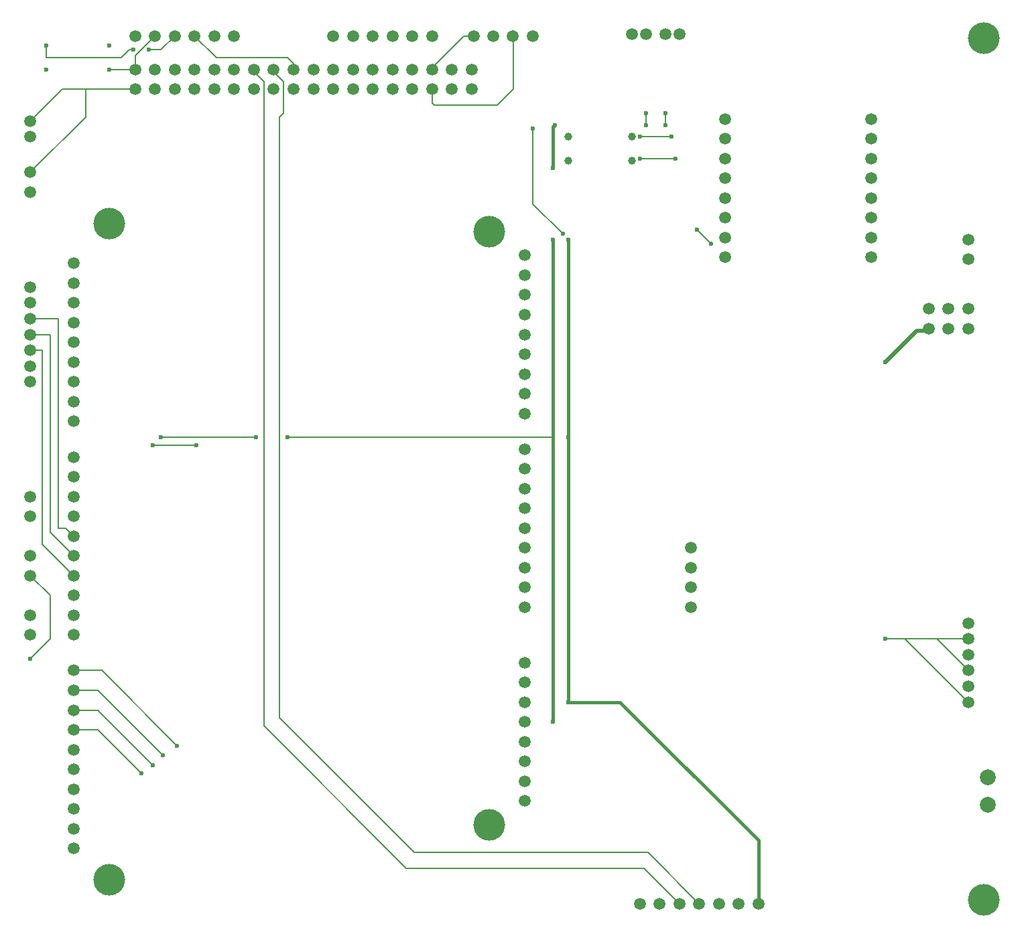
<source format=gbr>
%TF.GenerationSoftware,KiCad,Pcbnew,9.0.1*%
%TF.CreationDate,2025-06-05T21:30:58-04:00*%
%TF.ProjectId,TetrisBoard-FULL,54657472-6973-4426-9f61-72642d46554c,rev?*%
%TF.SameCoordinates,Original*%
%TF.FileFunction,Copper,L2,Bot*%
%TF.FilePolarity,Positive*%
%FSLAX46Y46*%
G04 Gerber Fmt 4.6, Leading zero omitted, Abs format (unit mm)*
G04 Created by KiCad (PCBNEW 9.0.1) date 2025-06-05 21:30:58*
%MOMM*%
%LPD*%
G01*
G04 APERTURE LIST*
%TA.AperFunction,ViaPad*%
%ADD10C,1.500000*%
%TD*%
%TA.AperFunction,ViaPad*%
%ADD11C,0.600000*%
%TD*%
%TA.AperFunction,ViaPad*%
%ADD12C,4.000000*%
%TD*%
%TA.AperFunction,ViaPad*%
%ADD13C,1.000000*%
%TD*%
%TA.AperFunction,ViaPad*%
%ADD14C,2.000000*%
%TD*%
%TA.AperFunction,Conductor*%
%ADD15C,0.200000*%
%TD*%
%TA.AperFunction,Conductor*%
%ADD16C,0.500000*%
%TD*%
%TA.AperFunction,Conductor*%
%ADD17C,0.400000*%
%TD*%
G04 APERTURE END LIST*
D10*
%TO.N,*%
X194250000Y-57250000D03*
D11*
X186750000Y-48000000D03*
X214500000Y-113000000D03*
X123250000Y-127750000D03*
D10*
X169000000Y-99000000D03*
D11*
X173750000Y-61750000D03*
D12*
X116500000Y-143500000D03*
D11*
X190750000Y-61250000D03*
D10*
X112000000Y-110000000D03*
X106500000Y-74500000D03*
X112000000Y-127000000D03*
X225000000Y-111000000D03*
X169000000Y-126000000D03*
D11*
X183500000Y-52250000D03*
D10*
X169000000Y-128500000D03*
X112000000Y-102500000D03*
X112000000Y-92500000D03*
X169000000Y-67000000D03*
D11*
X172500000Y-62500000D03*
X121500000Y-38500000D03*
D10*
X169000000Y-123500000D03*
X169000000Y-121000000D03*
X106500000Y-47500000D03*
X196000000Y-146500000D03*
X162250000Y-43500000D03*
X122250000Y-41000000D03*
X142250000Y-43500000D03*
X127250000Y-36750000D03*
X142250000Y-41000000D03*
X186750000Y-36500000D03*
X106500000Y-80500000D03*
X169000000Y-79500000D03*
X162500000Y-36750000D03*
X225000000Y-62500000D03*
X170000000Y-36750000D03*
X225000000Y-113000000D03*
X119750000Y-43500000D03*
X159750000Y-41000000D03*
X194250000Y-52250000D03*
X225000000Y-71250000D03*
X112000000Y-65500000D03*
X124750000Y-43500000D03*
X165000000Y-36750000D03*
X222500000Y-71250000D03*
X157250000Y-41000000D03*
X106500000Y-72500000D03*
X169000000Y-106500000D03*
X194250000Y-47250000D03*
X169000000Y-77000000D03*
X106500000Y-68500000D03*
X139750000Y-43500000D03*
X225000000Y-73750000D03*
X169000000Y-104000000D03*
X144750000Y-36750000D03*
X212750000Y-52250000D03*
D11*
X120500000Y-130000000D03*
D10*
X106500000Y-70500000D03*
X106500000Y-110000000D03*
D11*
X188000000Y-52250000D03*
X174500000Y-121000000D03*
D10*
X194250000Y-59750000D03*
X106500000Y-95000000D03*
X137250000Y-43500000D03*
X190000000Y-101500000D03*
X147250000Y-36750000D03*
X124750000Y-41000000D03*
X149750000Y-43500000D03*
D11*
X170000000Y-48500000D03*
D10*
X106500000Y-49500000D03*
X112000000Y-78000000D03*
X112000000Y-95000000D03*
D11*
X108500000Y-38000000D03*
D10*
X112000000Y-124500000D03*
D13*
X174500000Y-52500000D03*
D11*
X116500000Y-41000000D03*
D10*
X184250000Y-36500000D03*
X119750000Y-36750000D03*
X188500000Y-146500000D03*
X169000000Y-89000000D03*
X129750000Y-36750000D03*
X106500000Y-78500000D03*
X191000000Y-146500000D03*
X169000000Y-69500000D03*
D11*
X125000000Y-126500000D03*
D10*
X127250000Y-43500000D03*
D11*
X174500000Y-62500000D03*
D10*
X132250000Y-41000000D03*
D11*
X108500000Y-41000000D03*
D10*
X106500000Y-112500000D03*
X169000000Y-96500000D03*
X129750000Y-41000000D03*
X169000000Y-118500000D03*
X124750000Y-36750000D03*
X112000000Y-112500000D03*
X137250000Y-41000000D03*
D11*
X172750000Y-48000000D03*
D10*
X122250000Y-36750000D03*
X212750000Y-57250000D03*
X112000000Y-132000000D03*
D11*
X135000000Y-87500000D03*
X186750000Y-46500000D03*
D10*
X220000000Y-73750000D03*
X194250000Y-49750000D03*
X132250000Y-43500000D03*
D11*
X174500000Y-87500000D03*
X184250000Y-48000000D03*
D10*
X183500000Y-146500000D03*
X112000000Y-105000000D03*
X157250000Y-43500000D03*
X106500000Y-76500000D03*
D11*
X123000000Y-87500000D03*
D10*
X198500000Y-146500000D03*
X169000000Y-131000000D03*
X112000000Y-119500000D03*
D11*
X187500000Y-49500000D03*
D10*
X112000000Y-70500000D03*
X222500000Y-73750000D03*
X190000000Y-106500000D03*
X112000000Y-90000000D03*
D13*
X182500000Y-52500000D03*
D10*
X212750000Y-47250000D03*
X112000000Y-137000000D03*
X149750000Y-41000000D03*
X194250000Y-62250000D03*
D11*
X122000000Y-129000000D03*
D10*
X225000000Y-115000000D03*
X144750000Y-43500000D03*
D12*
X164500000Y-136500000D03*
D11*
X183500000Y-49500000D03*
D10*
X147250000Y-43500000D03*
X225000000Y-117000000D03*
X169000000Y-101500000D03*
X112000000Y-117000000D03*
X106500000Y-102500000D03*
X152250000Y-36750000D03*
X169000000Y-72000000D03*
X112000000Y-80500000D03*
X139750000Y-41000000D03*
X152250000Y-43500000D03*
D11*
X192500000Y-63000000D03*
D10*
X106500000Y-105000000D03*
D13*
X174500000Y-49500000D03*
D10*
X190000000Y-104000000D03*
D11*
X172500000Y-123500000D03*
D10*
X193500000Y-146500000D03*
X188500000Y-36500000D03*
X154750000Y-41000000D03*
D11*
X122000000Y-88500000D03*
D12*
X116500000Y-60500000D03*
D10*
X106500000Y-97500000D03*
X122250000Y-43500000D03*
X212750000Y-49750000D03*
X112000000Y-129500000D03*
X157250000Y-36750000D03*
X134750000Y-43500000D03*
D14*
X227500000Y-130500000D03*
D10*
X182500000Y-36500000D03*
X194250000Y-54750000D03*
X112000000Y-75500000D03*
D11*
X119500000Y-38500000D03*
D12*
X227000000Y-146000000D03*
D11*
X127500000Y-88500000D03*
D10*
X154750000Y-43500000D03*
D14*
X227500000Y-134000000D03*
D10*
X225000000Y-119000000D03*
D11*
X116500000Y-38000000D03*
D10*
X112000000Y-122000000D03*
X112000000Y-139500000D03*
X212750000Y-59750000D03*
X169000000Y-109000000D03*
X127250000Y-41000000D03*
X134750000Y-41000000D03*
X106500000Y-54000000D03*
X119750000Y-41000000D03*
X112000000Y-85500000D03*
X112000000Y-134500000D03*
X112000000Y-83000000D03*
X154750000Y-36750000D03*
D11*
X214500000Y-78000000D03*
D10*
X212750000Y-62250000D03*
X212750000Y-54750000D03*
X169000000Y-116000000D03*
D11*
X139000000Y-87500000D03*
D10*
X190000000Y-109000000D03*
X112000000Y-68000000D03*
X169000000Y-94000000D03*
X129750000Y-43500000D03*
X212750000Y-64750000D03*
X169000000Y-133500000D03*
X162250000Y-41000000D03*
X132250000Y-36750000D03*
X167476455Y-36773545D03*
D11*
X172500000Y-53500000D03*
D10*
X169000000Y-74500000D03*
D12*
X227000000Y-37000000D03*
D10*
X149750000Y-36750000D03*
X106500000Y-56500000D03*
D12*
X164500000Y-61500000D03*
D13*
X182500000Y-49500000D03*
D10*
X112000000Y-97500000D03*
X186000000Y-146500000D03*
X112000000Y-100000000D03*
X169000000Y-84500000D03*
X112000000Y-107500000D03*
X144750000Y-41000000D03*
X169000000Y-82000000D03*
X169000000Y-91500000D03*
X220000000Y-71250000D03*
X159750000Y-43500000D03*
X112000000Y-73000000D03*
X225000000Y-121000000D03*
X194250000Y-64750000D03*
X147250000Y-41000000D03*
X225000000Y-65000000D03*
D11*
X106500000Y-115500000D03*
D10*
X169000000Y-64500000D03*
D11*
X184250000Y-46500000D03*
D10*
X152250000Y-41000000D03*
%TD*%
D15*
%TO.N,*%
X157750000Y-36750000D02*
X157250000Y-36750000D01*
X109000000Y-74500000D02*
X109000000Y-99500000D01*
D16*
X214500000Y-78000000D02*
X218500000Y-74000000D01*
D15*
X115000000Y-122000000D02*
X112000000Y-122000000D01*
X106500000Y-47500000D02*
X110500000Y-43500000D01*
D17*
X198500000Y-138500000D02*
X181000000Y-121000000D01*
D15*
X115000000Y-119500000D02*
X123250000Y-127750000D01*
X109000000Y-99500000D02*
X112000000Y-102500000D01*
D17*
X198500000Y-138500000D02*
X198500000Y-146500000D01*
D16*
X218500000Y-74000000D02*
X219750000Y-74000000D01*
D15*
X186750000Y-48000000D02*
X186750000Y-46500000D01*
X115000000Y-124500000D02*
X120500000Y-130000000D01*
X110000000Y-72500000D02*
X106500000Y-72500000D01*
X136000000Y-42500000D02*
X136000000Y-124000000D01*
X122000000Y-88500000D02*
X127500000Y-88500000D01*
X184250000Y-46500000D02*
X184250000Y-48000000D01*
X183500000Y-52250000D02*
X188000000Y-52250000D01*
X155000000Y-140000000D02*
X138000000Y-123000000D01*
X119750000Y-39250000D02*
X122250000Y-36750000D01*
D17*
X172500000Y-53500000D02*
X172500000Y-48250000D01*
D15*
X221000000Y-113000000D02*
X225000000Y-117000000D01*
X157250000Y-43500000D02*
X157250000Y-45250000D01*
X154000000Y-142000000D02*
X184000000Y-142000000D01*
X106500000Y-105000000D02*
X109000000Y-107500000D01*
X110000000Y-99000000D02*
X110000000Y-72500000D01*
X106500000Y-74500000D02*
X109000000Y-74500000D01*
X110500000Y-43500000D02*
X113500000Y-43500000D01*
X113500000Y-47000000D02*
X113500000Y-43500000D01*
D17*
X174500000Y-121000000D02*
X181000000Y-121000000D01*
D15*
X112000000Y-105000000D02*
X108000000Y-101000000D01*
X137250000Y-41250000D02*
X137250000Y-41000000D01*
X127250000Y-36750000D02*
X130000000Y-39500000D01*
X119750000Y-41000000D02*
X119750000Y-39250000D01*
X139000000Y-87500000D02*
X172500000Y-87500000D01*
X139750000Y-40250000D02*
X139750000Y-41000000D01*
X183500000Y-49500000D02*
X187500000Y-49500000D01*
X221000000Y-113000000D02*
X217000000Y-113000000D01*
X157250000Y-40750000D02*
X161250000Y-36750000D01*
X108000000Y-76500000D02*
X106500000Y-76500000D01*
X108500000Y-39500000D02*
X118000000Y-39500000D01*
X157250000Y-45250000D02*
X157500000Y-45500000D01*
X139000000Y-39500000D02*
X139750000Y-40250000D01*
X167476455Y-36773545D02*
X167452910Y-36750000D01*
X190750000Y-61250000D02*
X192500000Y-63000000D01*
X130000000Y-39500000D02*
X139000000Y-39500000D01*
X184500000Y-140000000D02*
X191000000Y-146500000D01*
X138500000Y-46500000D02*
X138500000Y-42500000D01*
X109000000Y-107500000D02*
X109000000Y-113000000D01*
X149750000Y-43500000D02*
X149750000Y-43250000D01*
X112000000Y-124500000D02*
X115000000Y-124500000D01*
X162250000Y-36500000D02*
X162500000Y-36750000D01*
X217000000Y-113000000D02*
X214500000Y-113000000D01*
X134750000Y-41000000D02*
X134750000Y-41250000D01*
X108500000Y-38000000D02*
X108500000Y-39500000D01*
X112000000Y-117000000D02*
X115500000Y-117000000D01*
X138000000Y-123000000D02*
X138000000Y-47000000D01*
X119000000Y-38500000D02*
X119500000Y-38500000D01*
X108000000Y-101000000D02*
X108000000Y-76500000D01*
X161250000Y-36750000D02*
X162500000Y-36750000D01*
X118000000Y-39500000D02*
X119000000Y-38500000D01*
X167500000Y-43500000D02*
X167500000Y-38000000D01*
X225000000Y-121000000D02*
X217000000Y-113000000D01*
D17*
X172500000Y-62500000D02*
X172500000Y-87500000D01*
D15*
X170000000Y-58000000D02*
X170000000Y-48500000D01*
X136000000Y-124000000D02*
X154000000Y-142000000D01*
X165500000Y-45500000D02*
X167500000Y-43500000D01*
X123000000Y-38500000D02*
X124750000Y-36750000D01*
X116500000Y-41000000D02*
X119750000Y-41000000D01*
D17*
X172500000Y-122500000D02*
X172500000Y-123500000D01*
D15*
X138500000Y-42500000D02*
X137250000Y-41250000D01*
X167500000Y-38000000D02*
X167500000Y-36047090D01*
D17*
X172500000Y-48250000D02*
X172750000Y-48000000D01*
D15*
X113500000Y-43500000D02*
X119750000Y-43500000D01*
X184500000Y-140000000D02*
X155000000Y-140000000D01*
X225000000Y-113000000D02*
X221000000Y-113000000D01*
X112000000Y-100000000D02*
X111000000Y-99000000D01*
X128500000Y-87500000D02*
X135000000Y-87500000D01*
X173750000Y-61750000D02*
X170000000Y-58000000D01*
X157500000Y-45500000D02*
X165500000Y-45500000D01*
X219750000Y-74000000D02*
X220000000Y-73750000D01*
X167500000Y-36797090D02*
X167476455Y-36773545D01*
X152250000Y-43500000D02*
X152250000Y-43250000D01*
D17*
X174500000Y-62500000D02*
X174500000Y-121000000D01*
D15*
X167500000Y-38000000D02*
X167500000Y-36797090D01*
X138000000Y-47000000D02*
X138500000Y-46500000D01*
X109000000Y-113000000D02*
X106500000Y-115500000D01*
D17*
X172500000Y-87500000D02*
X172500000Y-122500000D01*
D15*
X123000000Y-87500000D02*
X128500000Y-87500000D01*
X157250000Y-41000000D02*
X157250000Y-40750000D01*
X121500000Y-38500000D02*
X123000000Y-38500000D01*
X122000000Y-129000000D02*
X115000000Y-122000000D01*
X106500000Y-54000000D02*
X113500000Y-47000000D01*
X115500000Y-117000000D02*
X125000000Y-126500000D01*
X111000000Y-99000000D02*
X110000000Y-99000000D01*
X134750000Y-41250000D02*
X136000000Y-42500000D01*
X112000000Y-119500000D02*
X115000000Y-119500000D01*
X184000000Y-142000000D02*
X188500000Y-146500000D01*
%TD*%
M02*

</source>
